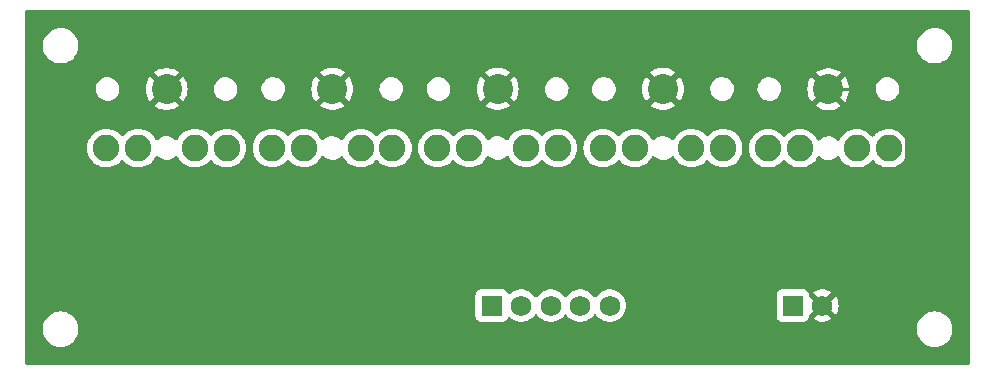
<source format=gbr>
%TF.GenerationSoftware,KiCad,Pcbnew,7.0.1-1.fc37*%
%TF.CreationDate,2023-03-22T20:46:38-05:00*%
%TF.ProjectId,midi_tx_board,6d696469-5f74-4785-9f62-6f6172642e6b,rev?*%
%TF.SameCoordinates,Original*%
%TF.FileFunction,Copper,L2,Bot*%
%TF.FilePolarity,Positive*%
%FSLAX46Y46*%
G04 Gerber Fmt 4.6, Leading zero omitted, Abs format (unit mm)*
G04 Created by KiCad (PCBNEW 7.0.1-1.fc37) date 2023-03-22 20:46:38*
%MOMM*%
%LPD*%
G01*
G04 APERTURE LIST*
%TA.AperFunction,ComponentPad*%
%ADD10C,2.250000*%
%TD*%
%TA.AperFunction,ComponentPad*%
%ADD11C,2.540000*%
%TD*%
%TA.AperFunction,ComponentPad*%
%ADD12R,1.750000X1.750000*%
%TD*%
%TA.AperFunction,ComponentPad*%
%ADD13C,1.750000*%
%TD*%
%TA.AperFunction,Conductor*%
%ADD14C,0.250000*%
%TD*%
G04 APERTURE END LIST*
D10*
%TO.P,TX5,5,5*%
%TO.N,Net-(R10-Pad2)*%
X184900000Y-30678000D03*
%TO.P,TX5,4,4*%
X187600000Y-30678000D03*
%TO.P,TX5,3,3*%
%TO.N,Net-(R9-Pad1)*%
X192400000Y-30678000D03*
%TO.P,TX5,2,2*%
X195100000Y-30678000D03*
D11*
%TO.P,TX5,1,1*%
%TO.N,GND*%
X190000000Y-25678000D03*
%TD*%
%TO.P,TX4,1,1*%
%TO.N,GND*%
X176000000Y-25656177D03*
D10*
%TO.P,TX4,2,2*%
%TO.N,Net-(R7-Pad1)*%
X181100000Y-30656177D03*
%TO.P,TX4,3,3*%
X178400000Y-30656177D03*
%TO.P,TX4,4,4*%
%TO.N,Net-(R8-Pad2)*%
X173600000Y-30656177D03*
%TO.P,TX4,5,5*%
X170900000Y-30656177D03*
%TD*%
D11*
%TO.P,TX3,1,1*%
%TO.N,GND*%
X162000000Y-25656177D03*
D10*
%TO.P,TX3,2,2*%
%TO.N,Net-(R5-Pad1)*%
X167100000Y-30656177D03*
%TO.P,TX3,3,3*%
X164400000Y-30656177D03*
%TO.P,TX3,4,4*%
%TO.N,Net-(R6-Pad2)*%
X159600000Y-30656177D03*
%TO.P,TX3,5,5*%
X156900000Y-30656177D03*
%TD*%
%TO.P,TX2,5,5*%
%TO.N,Net-(R4-Pad2)*%
X142900000Y-30656177D03*
%TO.P,TX2,4,4*%
X145600000Y-30656177D03*
%TO.P,TX2,3,3*%
%TO.N,Net-(R3-Pad1)*%
X150400000Y-30656177D03*
%TO.P,TX2,2,2*%
X153100000Y-30656177D03*
D11*
%TO.P,TX2,1,1*%
%TO.N,GND*%
X148000000Y-25656177D03*
%TD*%
%TO.P,TX1,1,1*%
%TO.N,GND*%
X133970261Y-25667645D03*
D10*
%TO.P,TX1,2,2*%
%TO.N,Net-(R1-Pad1)*%
X139070261Y-30667645D03*
%TO.P,TX1,3,3*%
X136370261Y-30667645D03*
%TO.P,TX1,4,4*%
%TO.N,Net-(R2-Pad2)*%
X131570261Y-30667645D03*
%TO.P,TX1,5,5*%
X128870261Y-30667645D03*
%TD*%
D12*
%TO.P,J2,1,Pin_1*%
%TO.N,+3V3*%
X187000000Y-44000000D03*
D13*
%TO.P,J2,2,Pin_2*%
%TO.N,GND*%
X189500000Y-44000000D03*
%TD*%
D12*
%TO.P,J1,1,Pin_1*%
%TO.N,/TX1/TX*%
X161500000Y-44000000D03*
D13*
%TO.P,J1,2,Pin_2*%
%TO.N,/TX2/TX*%
X164000000Y-44000000D03*
%TO.P,J1,3,Pin_3*%
%TO.N,/TX3/TX*%
X166500000Y-44000000D03*
%TO.P,J1,4,Pin_4*%
%TO.N,/TX4/TX*%
X169000000Y-44000000D03*
%TO.P,J1,5,Pin_5*%
%TO.N,/TX5/TX*%
X171500000Y-44000000D03*
%TD*%
D14*
%TO.N,GND*%
X148000000Y-25656177D02*
X146343823Y-24000000D01*
X146343823Y-24000000D02*
X135637906Y-24000000D01*
X135637906Y-24000000D02*
X133970261Y-25667645D01*
X162000000Y-25656177D02*
X160730000Y-26926177D01*
X160730000Y-26926177D02*
X149270000Y-26926177D01*
X149270000Y-26926177D02*
X148000000Y-25656177D01*
X176000000Y-25656177D02*
X174730000Y-26926177D01*
X174730000Y-26926177D02*
X163270000Y-26926177D01*
X163270000Y-26926177D02*
X162000000Y-25656177D01*
X190000000Y-25678000D02*
X188678000Y-27000000D01*
X188678000Y-27000000D02*
X177343823Y-27000000D01*
X177343823Y-27000000D02*
X176000000Y-25656177D01*
X189500000Y-44000000D02*
X196550000Y-36950000D01*
X196550000Y-36950000D02*
X196550000Y-29550000D01*
X196550000Y-29550000D02*
X192678000Y-25678000D01*
X192678000Y-25678000D02*
X190000000Y-25678000D01*
%TD*%
%TA.AperFunction,Conductor*%
%TO.N,GND*%
G36*
X201937500Y-19017113D02*
G01*
X201982887Y-19062500D01*
X201999500Y-19124500D01*
X201999500Y-48875500D01*
X201982887Y-48937500D01*
X201937500Y-48982887D01*
X201875500Y-48999500D01*
X122124500Y-48999500D01*
X122062500Y-48982887D01*
X122017113Y-48937500D01*
X122000500Y-48875500D01*
X122000500Y-46124335D01*
X123499500Y-46124335D01*
X123540429Y-46369614D01*
X123621172Y-46604810D01*
X123739526Y-46823509D01*
X123739529Y-46823514D01*
X123875036Y-46997612D01*
X123892262Y-47019744D01*
X124075215Y-47188164D01*
X124283393Y-47324173D01*
X124511119Y-47424063D01*
X124752179Y-47485108D01*
X124826480Y-47491264D01*
X124937927Y-47500500D01*
X124937933Y-47500500D01*
X125062067Y-47500500D01*
X125062073Y-47500500D01*
X125163387Y-47492104D01*
X125247821Y-47485108D01*
X125488881Y-47424063D01*
X125716607Y-47324173D01*
X125924785Y-47188164D01*
X126107738Y-47019744D01*
X126260474Y-46823509D01*
X126378828Y-46604810D01*
X126459571Y-46369614D01*
X126500500Y-46124335D01*
X197499500Y-46124335D01*
X197540429Y-46369614D01*
X197621172Y-46604810D01*
X197739526Y-46823509D01*
X197739529Y-46823514D01*
X197875036Y-46997612D01*
X197892262Y-47019744D01*
X198075215Y-47188164D01*
X198283393Y-47324173D01*
X198511119Y-47424063D01*
X198752179Y-47485108D01*
X198826480Y-47491264D01*
X198937927Y-47500500D01*
X198937933Y-47500500D01*
X199062067Y-47500500D01*
X199062073Y-47500500D01*
X199163387Y-47492104D01*
X199247821Y-47485108D01*
X199488881Y-47424063D01*
X199716607Y-47324173D01*
X199924785Y-47188164D01*
X200107738Y-47019744D01*
X200260474Y-46823509D01*
X200378828Y-46604810D01*
X200459571Y-46369614D01*
X200500500Y-46124335D01*
X200500500Y-45875665D01*
X200459571Y-45630386D01*
X200378828Y-45395190D01*
X200260474Y-45176491D01*
X200260471Y-45176487D01*
X200260470Y-45176485D01*
X200125409Y-45002960D01*
X200107738Y-44980256D01*
X199924785Y-44811836D01*
X199716607Y-44675827D01*
X199716604Y-44675825D01*
X199591523Y-44620960D01*
X199488881Y-44575937D01*
X199247821Y-44514892D01*
X199247819Y-44514891D01*
X199247816Y-44514891D01*
X199062073Y-44499500D01*
X199062067Y-44499500D01*
X198937933Y-44499500D01*
X198937927Y-44499500D01*
X198752183Y-44514891D01*
X198752179Y-44514891D01*
X198752179Y-44514892D01*
X198511119Y-44575937D01*
X198511116Y-44575938D01*
X198511117Y-44575938D01*
X198283395Y-44675825D01*
X198239799Y-44704308D01*
X198075215Y-44811836D01*
X198036208Y-44847745D01*
X197892259Y-44980259D01*
X197739529Y-45176485D01*
X197621170Y-45395194D01*
X197540429Y-45630384D01*
X197540429Y-45630386D01*
X197499500Y-45875665D01*
X197499500Y-46124335D01*
X126500500Y-46124335D01*
X126500500Y-45875665D01*
X126459571Y-45630386D01*
X126378828Y-45395190D01*
X126260474Y-45176491D01*
X126260471Y-45176487D01*
X126260470Y-45176485D01*
X126125409Y-45002960D01*
X126107738Y-44980256D01*
X126045399Y-44922869D01*
X160124500Y-44922869D01*
X160130909Y-44982484D01*
X160138546Y-45002960D01*
X160181204Y-45117331D01*
X160267454Y-45232546D01*
X160382669Y-45318796D01*
X160517517Y-45369091D01*
X160577127Y-45375500D01*
X162422872Y-45375499D01*
X162482483Y-45369091D01*
X162617331Y-45318796D01*
X162732546Y-45232546D01*
X162818796Y-45117331D01*
X162846292Y-45043608D01*
X162882242Y-44992397D01*
X162938624Y-44965258D01*
X163001079Y-44969106D01*
X163053702Y-45002959D01*
X163065206Y-45015456D01*
X163245094Y-45155469D01*
X163445574Y-45263963D01*
X163499474Y-45282467D01*
X163661174Y-45337980D01*
X163886023Y-45375500D01*
X164113977Y-45375500D01*
X164338825Y-45337980D01*
X164446624Y-45300971D01*
X164554426Y-45263963D01*
X164754906Y-45155469D01*
X164934794Y-45015456D01*
X165089183Y-44847745D01*
X165146191Y-44760486D01*
X165190982Y-44719253D01*
X165250000Y-44704308D01*
X165309018Y-44719253D01*
X165353808Y-44760486D01*
X165410817Y-44847745D01*
X165565206Y-45015456D01*
X165745094Y-45155469D01*
X165945574Y-45263963D01*
X165999474Y-45282467D01*
X166161174Y-45337980D01*
X166386023Y-45375500D01*
X166613977Y-45375500D01*
X166838825Y-45337980D01*
X166946624Y-45300971D01*
X167054426Y-45263963D01*
X167254906Y-45155469D01*
X167434794Y-45015456D01*
X167589183Y-44847745D01*
X167646191Y-44760486D01*
X167690982Y-44719253D01*
X167750000Y-44704308D01*
X167809018Y-44719253D01*
X167853808Y-44760486D01*
X167910817Y-44847745D01*
X168065206Y-45015456D01*
X168245094Y-45155469D01*
X168445574Y-45263963D01*
X168499474Y-45282467D01*
X168661174Y-45337980D01*
X168886023Y-45375500D01*
X169113977Y-45375500D01*
X169338825Y-45337980D01*
X169446624Y-45300971D01*
X169554426Y-45263963D01*
X169754906Y-45155469D01*
X169934794Y-45015456D01*
X170089183Y-44847745D01*
X170146191Y-44760486D01*
X170190982Y-44719253D01*
X170250000Y-44704308D01*
X170309018Y-44719253D01*
X170353808Y-44760486D01*
X170410817Y-44847745D01*
X170565206Y-45015456D01*
X170745094Y-45155469D01*
X170945574Y-45263963D01*
X170999474Y-45282467D01*
X171161174Y-45337980D01*
X171386023Y-45375500D01*
X171613977Y-45375500D01*
X171838825Y-45337980D01*
X171946624Y-45300971D01*
X172054426Y-45263963D01*
X172254906Y-45155469D01*
X172434794Y-45015456D01*
X172520026Y-44922869D01*
X185624500Y-44922869D01*
X185630909Y-44982484D01*
X185638546Y-45002960D01*
X185681204Y-45117331D01*
X185767454Y-45232546D01*
X185882669Y-45318796D01*
X186017517Y-45369091D01*
X186077127Y-45375500D01*
X187922872Y-45375499D01*
X187982483Y-45369091D01*
X188117331Y-45318796D01*
X188232546Y-45232546D01*
X188305916Y-45134536D01*
X188719015Y-45134536D01*
X188719016Y-45134537D01*
X188745368Y-45155048D01*
X188945777Y-45263503D01*
X189161297Y-45337492D01*
X189386065Y-45375000D01*
X189613935Y-45375000D01*
X189838702Y-45337492D01*
X190054222Y-45263503D01*
X190254630Y-45155050D01*
X190280982Y-45134537D01*
X190280982Y-45134536D01*
X189500001Y-44353553D01*
X189500000Y-44353553D01*
X188719015Y-45134536D01*
X188305916Y-45134536D01*
X188318796Y-45117331D01*
X188369091Y-44982483D01*
X188375500Y-44922873D01*
X188375499Y-44822303D01*
X188384938Y-44774855D01*
X188411818Y-44734626D01*
X189146446Y-44000001D01*
X189853553Y-44000001D01*
X190633124Y-44779570D01*
X190713419Y-44656670D01*
X190804953Y-44447994D01*
X190860895Y-44227087D01*
X190879712Y-44000000D01*
X190860895Y-43772912D01*
X190804953Y-43552004D01*
X190713420Y-43343329D01*
X190633124Y-43220428D01*
X189853553Y-44000000D01*
X189853553Y-44000001D01*
X189146446Y-44000001D01*
X189146446Y-43999999D01*
X188411818Y-43265372D01*
X188384938Y-43225144D01*
X188375499Y-43177691D01*
X188375499Y-43077130D01*
X188375499Y-43077127D01*
X188369091Y-43017517D01*
X188318796Y-42882669D01*
X188305915Y-42865462D01*
X188719016Y-42865462D01*
X189500000Y-43646446D01*
X189500001Y-43646446D01*
X190280983Y-42865462D01*
X190280982Y-42865461D01*
X190254634Y-42844953D01*
X190054222Y-42736496D01*
X189838702Y-42662507D01*
X189613935Y-42625000D01*
X189386065Y-42625000D01*
X189161297Y-42662507D01*
X188945777Y-42736496D01*
X188745367Y-42844952D01*
X188719016Y-42865460D01*
X188719016Y-42865462D01*
X188305915Y-42865462D01*
X188232546Y-42767454D01*
X188117331Y-42681204D01*
X187982483Y-42630909D01*
X187922873Y-42624500D01*
X187922869Y-42624500D01*
X186077130Y-42624500D01*
X186017515Y-42630909D01*
X185882669Y-42681204D01*
X185767454Y-42767454D01*
X185681204Y-42882668D01*
X185630909Y-43017516D01*
X185624500Y-43077130D01*
X185624500Y-44922869D01*
X172520026Y-44922869D01*
X172589183Y-44847745D01*
X172713862Y-44656909D01*
X172805430Y-44448155D01*
X172861390Y-44227176D01*
X172880214Y-44000000D01*
X172861390Y-43772824D01*
X172805430Y-43551845D01*
X172744384Y-43412675D01*
X172713863Y-43343093D01*
X172682894Y-43295691D01*
X172589183Y-43152255D01*
X172434794Y-42984544D01*
X172254906Y-42844531D01*
X172054426Y-42736037D01*
X172054425Y-42736036D01*
X172054424Y-42736036D01*
X171838825Y-42662019D01*
X171613977Y-42624500D01*
X171386023Y-42624500D01*
X171161174Y-42662019D01*
X170945575Y-42736036D01*
X170887520Y-42767454D01*
X170745094Y-42844531D01*
X170745092Y-42844532D01*
X170745091Y-42844533D01*
X170565209Y-42984541D01*
X170565206Y-42984543D01*
X170565206Y-42984544D01*
X170410817Y-43152255D01*
X170353809Y-43239513D01*
X170309017Y-43280746D01*
X170250000Y-43295691D01*
X170190983Y-43280746D01*
X170146191Y-43239513D01*
X170089183Y-43152255D01*
X169934794Y-42984544D01*
X169754906Y-42844531D01*
X169554426Y-42736037D01*
X169554425Y-42736036D01*
X169554424Y-42736036D01*
X169338825Y-42662019D01*
X169113977Y-42624500D01*
X168886023Y-42624500D01*
X168661174Y-42662019D01*
X168445575Y-42736036D01*
X168387520Y-42767454D01*
X168245094Y-42844531D01*
X168245092Y-42844532D01*
X168245091Y-42844533D01*
X168065209Y-42984541D01*
X168065206Y-42984543D01*
X168065206Y-42984544D01*
X167910817Y-43152255D01*
X167853809Y-43239513D01*
X167809017Y-43280746D01*
X167750000Y-43295691D01*
X167690983Y-43280746D01*
X167646191Y-43239513D01*
X167589183Y-43152255D01*
X167434794Y-42984544D01*
X167254906Y-42844531D01*
X167054426Y-42736037D01*
X167054425Y-42736036D01*
X167054424Y-42736036D01*
X166838825Y-42662019D01*
X166613977Y-42624500D01*
X166386023Y-42624500D01*
X166161174Y-42662019D01*
X165945575Y-42736036D01*
X165887520Y-42767454D01*
X165745094Y-42844531D01*
X165745092Y-42844532D01*
X165745091Y-42844533D01*
X165565209Y-42984541D01*
X165565206Y-42984543D01*
X165565206Y-42984544D01*
X165410817Y-43152255D01*
X165353809Y-43239513D01*
X165309017Y-43280746D01*
X165250000Y-43295691D01*
X165190983Y-43280746D01*
X165146191Y-43239513D01*
X165089183Y-43152255D01*
X164934794Y-42984544D01*
X164754906Y-42844531D01*
X164554426Y-42736037D01*
X164554425Y-42736036D01*
X164554424Y-42736036D01*
X164338825Y-42662019D01*
X164113977Y-42624500D01*
X163886023Y-42624500D01*
X163661174Y-42662019D01*
X163445575Y-42736036D01*
X163387520Y-42767454D01*
X163245094Y-42844531D01*
X163245092Y-42844532D01*
X163245091Y-42844533D01*
X163065207Y-42984542D01*
X163053701Y-42997041D01*
X163001076Y-43030894D01*
X162938623Y-43034741D01*
X162882242Y-43007602D01*
X162846292Y-42956391D01*
X162818796Y-42882669D01*
X162732546Y-42767454D01*
X162617331Y-42681204D01*
X162482483Y-42630909D01*
X162422873Y-42624500D01*
X162422869Y-42624500D01*
X160577130Y-42624500D01*
X160517515Y-42630909D01*
X160382669Y-42681204D01*
X160267454Y-42767454D01*
X160181204Y-42882668D01*
X160130909Y-43017516D01*
X160124500Y-43077130D01*
X160124500Y-44922869D01*
X126045399Y-44922869D01*
X125924785Y-44811836D01*
X125716607Y-44675827D01*
X125716604Y-44675825D01*
X125591523Y-44620960D01*
X125488881Y-44575937D01*
X125247821Y-44514892D01*
X125247819Y-44514891D01*
X125247816Y-44514891D01*
X125062073Y-44499500D01*
X125062067Y-44499500D01*
X124937933Y-44499500D01*
X124937927Y-44499500D01*
X124752183Y-44514891D01*
X124752179Y-44514891D01*
X124752179Y-44514892D01*
X124511119Y-44575937D01*
X124511116Y-44575938D01*
X124511117Y-44575938D01*
X124283395Y-44675825D01*
X124239799Y-44704308D01*
X124075215Y-44811836D01*
X124036208Y-44847745D01*
X123892259Y-44980259D01*
X123739529Y-45176485D01*
X123621170Y-45395194D01*
X123540429Y-45630384D01*
X123540429Y-45630386D01*
X123499500Y-45875665D01*
X123499500Y-46124335D01*
X122000500Y-46124335D01*
X122000500Y-30667645D01*
X127239735Y-30667645D01*
X127259809Y-30922716D01*
X127319538Y-31171505D01*
X127361061Y-31271748D01*
X127417452Y-31407888D01*
X127551138Y-31626044D01*
X127717305Y-31820601D01*
X127911862Y-31986768D01*
X128130018Y-32120454D01*
X128304655Y-32192791D01*
X128366400Y-32218367D01*
X128409532Y-32228722D01*
X128615191Y-32278097D01*
X128870261Y-32298171D01*
X129125331Y-32278097D01*
X129374121Y-32218367D01*
X129610504Y-32120454D01*
X129828660Y-31986768D01*
X130023217Y-31820601D01*
X130125973Y-31700288D01*
X130168347Y-31668212D01*
X130220261Y-31656822D01*
X130272175Y-31668212D01*
X130314548Y-31700288D01*
X130417305Y-31820601D01*
X130611862Y-31986768D01*
X130830018Y-32120454D01*
X131004655Y-32192791D01*
X131066400Y-32218367D01*
X131109532Y-32228722D01*
X131315191Y-32278097D01*
X131570261Y-32298171D01*
X131825331Y-32278097D01*
X132074121Y-32218367D01*
X132310504Y-32120454D01*
X132528660Y-31986768D01*
X132723217Y-31820601D01*
X132889384Y-31626044D01*
X133023070Y-31407888D01*
X133032147Y-31385973D01*
X133068651Y-31337076D01*
X133124058Y-31311510D01*
X133184951Y-31315468D01*
X133236582Y-31347991D01*
X133250519Y-31362652D01*
X133315202Y-31430698D01*
X133482212Y-31546940D01*
X133669203Y-31627185D01*
X133868520Y-31668145D01*
X134021001Y-31668145D01*
X134021003Y-31668145D01*
X134172699Y-31652719D01*
X134366849Y-31591804D01*
X134544763Y-31493054D01*
X134699156Y-31360511D01*
X134699158Y-31360508D01*
X134708723Y-31352297D01*
X134709593Y-31353311D01*
X134748709Y-31323522D01*
X134812245Y-31315325D01*
X134871393Y-31339933D01*
X134910364Y-31390777D01*
X134917452Y-31407888D01*
X135051138Y-31626044D01*
X135217305Y-31820601D01*
X135411862Y-31986768D01*
X135630018Y-32120454D01*
X135804655Y-32192791D01*
X135866400Y-32218367D01*
X135909532Y-32228722D01*
X136115191Y-32278097D01*
X136370261Y-32298171D01*
X136625331Y-32278097D01*
X136874121Y-32218367D01*
X137110504Y-32120454D01*
X137328660Y-31986768D01*
X137523217Y-31820601D01*
X137625973Y-31700288D01*
X137668347Y-31668212D01*
X137720261Y-31656822D01*
X137772175Y-31668212D01*
X137814548Y-31700288D01*
X137917305Y-31820601D01*
X138111862Y-31986768D01*
X138330018Y-32120454D01*
X138504655Y-32192791D01*
X138566400Y-32218367D01*
X138609532Y-32228722D01*
X138815191Y-32278097D01*
X139070261Y-32298171D01*
X139325331Y-32278097D01*
X139574121Y-32218367D01*
X139810504Y-32120454D01*
X140028660Y-31986768D01*
X140223217Y-31820601D01*
X140389384Y-31626044D01*
X140523070Y-31407888D01*
X140620983Y-31171505D01*
X140680713Y-30922715D01*
X140700787Y-30667645D01*
X140699884Y-30656177D01*
X141269474Y-30656177D01*
X141289548Y-30911248D01*
X141349277Y-31160037D01*
X141407270Y-31300042D01*
X141447191Y-31396420D01*
X141580877Y-31614576D01*
X141747044Y-31809133D01*
X141941601Y-31975300D01*
X142159757Y-32108986D01*
X142334394Y-32181323D01*
X142396139Y-32206899D01*
X142443907Y-32218367D01*
X142644930Y-32266629D01*
X142900000Y-32286703D01*
X143155070Y-32266629D01*
X143403860Y-32206899D01*
X143640243Y-32108986D01*
X143858399Y-31975300D01*
X144052956Y-31809133D01*
X144155712Y-31688820D01*
X144198086Y-31656744D01*
X144250000Y-31645354D01*
X144301914Y-31656744D01*
X144344287Y-31688820D01*
X144447044Y-31809133D01*
X144641601Y-31975300D01*
X144859757Y-32108986D01*
X145034394Y-32181323D01*
X145096139Y-32206899D01*
X145143907Y-32218367D01*
X145344930Y-32266629D01*
X145600000Y-32286703D01*
X145855070Y-32266629D01*
X146103860Y-32206899D01*
X146340243Y-32108986D01*
X146558399Y-31975300D01*
X146752956Y-31809133D01*
X146919123Y-31614576D01*
X147052809Y-31396420D01*
X147061886Y-31374505D01*
X147098390Y-31325608D01*
X147153797Y-31300042D01*
X147214690Y-31304000D01*
X147266321Y-31336523D01*
X147279406Y-31350288D01*
X147344941Y-31419230D01*
X147511951Y-31535472D01*
X147698942Y-31615717D01*
X147898259Y-31656677D01*
X148050740Y-31656677D01*
X148050742Y-31656677D01*
X148202438Y-31641251D01*
X148396588Y-31580336D01*
X148574502Y-31481586D01*
X148728895Y-31349043D01*
X148728897Y-31349040D01*
X148738462Y-31340829D01*
X148739332Y-31341843D01*
X148778448Y-31312054D01*
X148841984Y-31303857D01*
X148901132Y-31328465D01*
X148940103Y-31379309D01*
X148947191Y-31396420D01*
X149080877Y-31614576D01*
X149247044Y-31809133D01*
X149441601Y-31975300D01*
X149659757Y-32108986D01*
X149834394Y-32181323D01*
X149896139Y-32206899D01*
X149943907Y-32218367D01*
X150144930Y-32266629D01*
X150400000Y-32286703D01*
X150655070Y-32266629D01*
X150903860Y-32206899D01*
X151140243Y-32108986D01*
X151358399Y-31975300D01*
X151552956Y-31809133D01*
X151655712Y-31688820D01*
X151698086Y-31656744D01*
X151750000Y-31645354D01*
X151801914Y-31656744D01*
X151844287Y-31688820D01*
X151947044Y-31809133D01*
X152141601Y-31975300D01*
X152359757Y-32108986D01*
X152534394Y-32181323D01*
X152596139Y-32206899D01*
X152643907Y-32218367D01*
X152844930Y-32266629D01*
X153100000Y-32286703D01*
X153355070Y-32266629D01*
X153603860Y-32206899D01*
X153840243Y-32108986D01*
X154058399Y-31975300D01*
X154252956Y-31809133D01*
X154419123Y-31614576D01*
X154552809Y-31396420D01*
X154650722Y-31160037D01*
X154710452Y-30911247D01*
X154730526Y-30656177D01*
X155269474Y-30656177D01*
X155289548Y-30911248D01*
X155349277Y-31160037D01*
X155407270Y-31300042D01*
X155447191Y-31396420D01*
X155580877Y-31614576D01*
X155747044Y-31809133D01*
X155941601Y-31975300D01*
X156159757Y-32108986D01*
X156334394Y-32181323D01*
X156396139Y-32206899D01*
X156443907Y-32218367D01*
X156644930Y-32266629D01*
X156900000Y-32286703D01*
X157155070Y-32266629D01*
X157403860Y-32206899D01*
X157640243Y-32108986D01*
X157858399Y-31975300D01*
X158052956Y-31809133D01*
X158155712Y-31688820D01*
X158198086Y-31656744D01*
X158250000Y-31645354D01*
X158301914Y-31656744D01*
X158344287Y-31688820D01*
X158447044Y-31809133D01*
X158641601Y-31975300D01*
X158859757Y-32108986D01*
X159034394Y-32181323D01*
X159096139Y-32206899D01*
X159143907Y-32218367D01*
X159344930Y-32266629D01*
X159600000Y-32286703D01*
X159855070Y-32266629D01*
X160103860Y-32206899D01*
X160340243Y-32108986D01*
X160558399Y-31975300D01*
X160752956Y-31809133D01*
X160919123Y-31614576D01*
X161052809Y-31396420D01*
X161061886Y-31374505D01*
X161098390Y-31325608D01*
X161153797Y-31300042D01*
X161214690Y-31304000D01*
X161266321Y-31336523D01*
X161279406Y-31350288D01*
X161344941Y-31419230D01*
X161511951Y-31535472D01*
X161698942Y-31615717D01*
X161898259Y-31656677D01*
X162050740Y-31656677D01*
X162050742Y-31656677D01*
X162202438Y-31641251D01*
X162396588Y-31580336D01*
X162574502Y-31481586D01*
X162728895Y-31349043D01*
X162728897Y-31349040D01*
X162738462Y-31340829D01*
X162739332Y-31341843D01*
X162778448Y-31312054D01*
X162841984Y-31303857D01*
X162901132Y-31328465D01*
X162940103Y-31379309D01*
X162947191Y-31396420D01*
X163080877Y-31614576D01*
X163247044Y-31809133D01*
X163441601Y-31975300D01*
X163659757Y-32108986D01*
X163834394Y-32181323D01*
X163896139Y-32206899D01*
X163943907Y-32218367D01*
X164144930Y-32266629D01*
X164400000Y-32286703D01*
X164655070Y-32266629D01*
X164903860Y-32206899D01*
X165140243Y-32108986D01*
X165358399Y-31975300D01*
X165552956Y-31809133D01*
X165655712Y-31688820D01*
X165698086Y-31656744D01*
X165750000Y-31645354D01*
X165801914Y-31656744D01*
X165844287Y-31688820D01*
X165947044Y-31809133D01*
X166141601Y-31975300D01*
X166359757Y-32108986D01*
X166534394Y-32181323D01*
X166596139Y-32206899D01*
X166643907Y-32218367D01*
X166844930Y-32266629D01*
X167100000Y-32286703D01*
X167355070Y-32266629D01*
X167603860Y-32206899D01*
X167840243Y-32108986D01*
X168058399Y-31975300D01*
X168252956Y-31809133D01*
X168419123Y-31614576D01*
X168552809Y-31396420D01*
X168650722Y-31160037D01*
X168710452Y-30911247D01*
X168730526Y-30656177D01*
X169269474Y-30656177D01*
X169289548Y-30911248D01*
X169349277Y-31160037D01*
X169407270Y-31300042D01*
X169447191Y-31396420D01*
X169580877Y-31614576D01*
X169747044Y-31809133D01*
X169941601Y-31975300D01*
X170159757Y-32108986D01*
X170334394Y-32181323D01*
X170396139Y-32206899D01*
X170443907Y-32218367D01*
X170644930Y-32266629D01*
X170900000Y-32286703D01*
X171155070Y-32266629D01*
X171403860Y-32206899D01*
X171640243Y-32108986D01*
X171858399Y-31975300D01*
X172052956Y-31809133D01*
X172155712Y-31688820D01*
X172198086Y-31656744D01*
X172250000Y-31645354D01*
X172301914Y-31656744D01*
X172344287Y-31688820D01*
X172447044Y-31809133D01*
X172641601Y-31975300D01*
X172859757Y-32108986D01*
X173034394Y-32181323D01*
X173096139Y-32206899D01*
X173143907Y-32218367D01*
X173344930Y-32266629D01*
X173600000Y-32286703D01*
X173855070Y-32266629D01*
X174103860Y-32206899D01*
X174340243Y-32108986D01*
X174558399Y-31975300D01*
X174752956Y-31809133D01*
X174919123Y-31614576D01*
X175052809Y-31396420D01*
X175061886Y-31374505D01*
X175098390Y-31325608D01*
X175153797Y-31300042D01*
X175214690Y-31304000D01*
X175266321Y-31336523D01*
X175279406Y-31350288D01*
X175344941Y-31419230D01*
X175511951Y-31535472D01*
X175698942Y-31615717D01*
X175898259Y-31656677D01*
X176050740Y-31656677D01*
X176050742Y-31656677D01*
X176202438Y-31641251D01*
X176396588Y-31580336D01*
X176574502Y-31481586D01*
X176728895Y-31349043D01*
X176728897Y-31349040D01*
X176738462Y-31340829D01*
X176739332Y-31341843D01*
X176778448Y-31312054D01*
X176841984Y-31303857D01*
X176901132Y-31328465D01*
X176940103Y-31379309D01*
X176947191Y-31396420D01*
X177080877Y-31614576D01*
X177247044Y-31809133D01*
X177441601Y-31975300D01*
X177659757Y-32108986D01*
X177834394Y-32181323D01*
X177896139Y-32206899D01*
X177943907Y-32218367D01*
X178144930Y-32266629D01*
X178400000Y-32286703D01*
X178655070Y-32266629D01*
X178903860Y-32206899D01*
X179140243Y-32108986D01*
X179358399Y-31975300D01*
X179552956Y-31809133D01*
X179655712Y-31688820D01*
X179698086Y-31656744D01*
X179750000Y-31645354D01*
X179801914Y-31656744D01*
X179844287Y-31688820D01*
X179947044Y-31809133D01*
X180141601Y-31975300D01*
X180359757Y-32108986D01*
X180534394Y-32181323D01*
X180596139Y-32206899D01*
X180643907Y-32218367D01*
X180844930Y-32266629D01*
X181100000Y-32286703D01*
X181355070Y-32266629D01*
X181603860Y-32206899D01*
X181840243Y-32108986D01*
X182058399Y-31975300D01*
X182252956Y-31809133D01*
X182419123Y-31614576D01*
X182552809Y-31396420D01*
X182650722Y-31160037D01*
X182710452Y-30911247D01*
X182728809Y-30677999D01*
X183269474Y-30677999D01*
X183289548Y-30933071D01*
X183349277Y-31181860D01*
X183399811Y-31303857D01*
X183447191Y-31418243D01*
X183580877Y-31636399D01*
X183747044Y-31830956D01*
X183941601Y-31997123D01*
X184159757Y-32130809D01*
X184334394Y-32203146D01*
X184396139Y-32228722D01*
X184474739Y-32247592D01*
X184644930Y-32288452D01*
X184900000Y-32308526D01*
X185155070Y-32288452D01*
X185403860Y-32228722D01*
X185640243Y-32130809D01*
X185858399Y-31997123D01*
X186052956Y-31830956D01*
X186155712Y-31710643D01*
X186198086Y-31678567D01*
X186250000Y-31667177D01*
X186301914Y-31678567D01*
X186344287Y-31710643D01*
X186447044Y-31830956D01*
X186641601Y-31997123D01*
X186859757Y-32130809D01*
X187034394Y-32203146D01*
X187096139Y-32228722D01*
X187174739Y-32247592D01*
X187344930Y-32288452D01*
X187600000Y-32308526D01*
X187855070Y-32288452D01*
X188103860Y-32228722D01*
X188340243Y-32130809D01*
X188558399Y-31997123D01*
X188752956Y-31830956D01*
X188919123Y-31636399D01*
X189052809Y-31418243D01*
X189061886Y-31396328D01*
X189098390Y-31347431D01*
X189153797Y-31321865D01*
X189214690Y-31325823D01*
X189266321Y-31358346D01*
X189292584Y-31385974D01*
X189344941Y-31441053D01*
X189511951Y-31557295D01*
X189698942Y-31637540D01*
X189898259Y-31678500D01*
X190050740Y-31678500D01*
X190050742Y-31678500D01*
X190202438Y-31663074D01*
X190396588Y-31602159D01*
X190574502Y-31503409D01*
X190728895Y-31370866D01*
X190728897Y-31370863D01*
X190738462Y-31362652D01*
X190739332Y-31363666D01*
X190778448Y-31333877D01*
X190841984Y-31325680D01*
X190901132Y-31350288D01*
X190940103Y-31401132D01*
X190947191Y-31418243D01*
X191080877Y-31636399D01*
X191247044Y-31830956D01*
X191441601Y-31997123D01*
X191659757Y-32130809D01*
X191834394Y-32203146D01*
X191896139Y-32228722D01*
X191974739Y-32247592D01*
X192144930Y-32288452D01*
X192400000Y-32308526D01*
X192655070Y-32288452D01*
X192903860Y-32228722D01*
X193140243Y-32130809D01*
X193358399Y-31997123D01*
X193552956Y-31830956D01*
X193655712Y-31710643D01*
X193698086Y-31678567D01*
X193750000Y-31667177D01*
X193801914Y-31678567D01*
X193844287Y-31710643D01*
X193947044Y-31830956D01*
X194141601Y-31997123D01*
X194359757Y-32130809D01*
X194534394Y-32203146D01*
X194596139Y-32228722D01*
X194674739Y-32247592D01*
X194844930Y-32288452D01*
X195100000Y-32308526D01*
X195355070Y-32288452D01*
X195603860Y-32228722D01*
X195840243Y-32130809D01*
X196058399Y-31997123D01*
X196252956Y-31830956D01*
X196419123Y-31636399D01*
X196552809Y-31418243D01*
X196650722Y-31181860D01*
X196710452Y-30933070D01*
X196730526Y-30678000D01*
X196710452Y-30422930D01*
X196650722Y-30174140D01*
X196646432Y-30163784D01*
X196625146Y-30112394D01*
X196552809Y-29937757D01*
X196419123Y-29719601D01*
X196252956Y-29525044D01*
X196058399Y-29358877D01*
X195840243Y-29225191D01*
X195752924Y-29189022D01*
X195603860Y-29127277D01*
X195355071Y-29067548D01*
X195100000Y-29047474D01*
X194844928Y-29067548D01*
X194596139Y-29127277D01*
X194359755Y-29225192D01*
X194141602Y-29358876D01*
X193959168Y-29514689D01*
X193947044Y-29525044D01*
X193862929Y-29623531D01*
X193844290Y-29645354D01*
X193801914Y-29677432D01*
X193750000Y-29688822D01*
X193698086Y-29677432D01*
X193655710Y-29645354D01*
X193646866Y-29634999D01*
X193552956Y-29525044D01*
X193358399Y-29358877D01*
X193140243Y-29225191D01*
X193052924Y-29189022D01*
X192903860Y-29127277D01*
X192655071Y-29067548D01*
X192400000Y-29047474D01*
X192144928Y-29067548D01*
X191896139Y-29127277D01*
X191659755Y-29225192D01*
X191441602Y-29358876D01*
X191247044Y-29525044D01*
X191080876Y-29719602D01*
X190947191Y-29937755D01*
X190938111Y-29959677D01*
X190901605Y-30008572D01*
X190846198Y-30034135D01*
X190785307Y-30030176D01*
X190733677Y-29997653D01*
X190721777Y-29985134D01*
X190655059Y-29914947D01*
X190488049Y-29798705D01*
X190301058Y-29718460D01*
X190101741Y-29677500D01*
X189949258Y-29677500D01*
X189899391Y-29682571D01*
X189797559Y-29692926D01*
X189603412Y-29753841D01*
X189425500Y-29852589D01*
X189425497Y-29852591D01*
X189425498Y-29852591D01*
X189271105Y-29985134D01*
X189271102Y-29985136D01*
X189261538Y-29993348D01*
X189260668Y-29992334D01*
X189221542Y-30022126D01*
X189158008Y-30030317D01*
X189098865Y-30005708D01*
X189059895Y-29954865D01*
X189052849Y-29937854D01*
X189052809Y-29937757D01*
X189052807Y-29937754D01*
X189052806Y-29937751D01*
X188954225Y-29776882D01*
X188919123Y-29719601D01*
X188752956Y-29525044D01*
X188558399Y-29358877D01*
X188340243Y-29225191D01*
X188252924Y-29189022D01*
X188103860Y-29127277D01*
X187855071Y-29067548D01*
X187600000Y-29047474D01*
X187344928Y-29067548D01*
X187096139Y-29127277D01*
X186859755Y-29225192D01*
X186641602Y-29358876D01*
X186459168Y-29514689D01*
X186447044Y-29525044D01*
X186362929Y-29623531D01*
X186344290Y-29645354D01*
X186301914Y-29677432D01*
X186250000Y-29688822D01*
X186198086Y-29677432D01*
X186155710Y-29645354D01*
X186146866Y-29634999D01*
X186052956Y-29525044D01*
X185858399Y-29358877D01*
X185640243Y-29225191D01*
X185552924Y-29189022D01*
X185403860Y-29127277D01*
X185155071Y-29067548D01*
X184900000Y-29047474D01*
X184644928Y-29067548D01*
X184396139Y-29127277D01*
X184159755Y-29225192D01*
X183941602Y-29358876D01*
X183747044Y-29525044D01*
X183580876Y-29719602D01*
X183447192Y-29937755D01*
X183349277Y-30174139D01*
X183289548Y-30422928D01*
X183269474Y-30677999D01*
X182728809Y-30677999D01*
X182730526Y-30656177D01*
X182710452Y-30401107D01*
X182653475Y-30163784D01*
X182650722Y-30152316D01*
X182609200Y-30052074D01*
X182552809Y-29915934D01*
X182419123Y-29697778D01*
X182252956Y-29503221D01*
X182058399Y-29337054D01*
X181840243Y-29203368D01*
X181752924Y-29167199D01*
X181603860Y-29105454D01*
X181355071Y-29045725D01*
X181100000Y-29025651D01*
X180844928Y-29045725D01*
X180596139Y-29105454D01*
X180359755Y-29203369D01*
X180141602Y-29337053D01*
X179947044Y-29503221D01*
X179844290Y-29623531D01*
X179801914Y-29655609D01*
X179750000Y-29666999D01*
X179698086Y-29655609D01*
X179655710Y-29623531D01*
X179552956Y-29503221D01*
X179358399Y-29337054D01*
X179140243Y-29203368D01*
X179052924Y-29167199D01*
X178903860Y-29105454D01*
X178655071Y-29045725D01*
X178400000Y-29025651D01*
X178144928Y-29045725D01*
X177896139Y-29105454D01*
X177659755Y-29203369D01*
X177441602Y-29337053D01*
X177247044Y-29503221D01*
X177080876Y-29697779D01*
X176947191Y-29915932D01*
X176938111Y-29937854D01*
X176901605Y-29986749D01*
X176846198Y-30012312D01*
X176785307Y-30008353D01*
X176733677Y-29975830D01*
X176721777Y-29963311D01*
X176655059Y-29893124D01*
X176488049Y-29776882D01*
X176301058Y-29696637D01*
X176101741Y-29655677D01*
X175949258Y-29655677D01*
X175888579Y-29661847D01*
X175797559Y-29671103D01*
X175603412Y-29732018D01*
X175425500Y-29830766D01*
X175425497Y-29830768D01*
X175425498Y-29830768D01*
X175271105Y-29963311D01*
X175271102Y-29963313D01*
X175261538Y-29971525D01*
X175260668Y-29970511D01*
X175221542Y-30000303D01*
X175158008Y-30008494D01*
X175098865Y-29983885D01*
X175059895Y-29933042D01*
X175057558Y-29927400D01*
X175052809Y-29915934D01*
X175052807Y-29915931D01*
X175052806Y-29915928D01*
X174980971Y-29798705D01*
X174919123Y-29697778D01*
X174752956Y-29503221D01*
X174558399Y-29337054D01*
X174340243Y-29203368D01*
X174252924Y-29167199D01*
X174103860Y-29105454D01*
X173855071Y-29045725D01*
X173600000Y-29025651D01*
X173344928Y-29045725D01*
X173096139Y-29105454D01*
X172859755Y-29203369D01*
X172641602Y-29337053D01*
X172447044Y-29503221D01*
X172344290Y-29623531D01*
X172301914Y-29655609D01*
X172250000Y-29666999D01*
X172198086Y-29655609D01*
X172155710Y-29623531D01*
X172052956Y-29503221D01*
X171858399Y-29337054D01*
X171640243Y-29203368D01*
X171552924Y-29167199D01*
X171403860Y-29105454D01*
X171155071Y-29045725D01*
X170900000Y-29025651D01*
X170644928Y-29045725D01*
X170396139Y-29105454D01*
X170159755Y-29203369D01*
X169941602Y-29337053D01*
X169747044Y-29503221D01*
X169580876Y-29697779D01*
X169447192Y-29915932D01*
X169349277Y-30152316D01*
X169289548Y-30401105D01*
X169269474Y-30656177D01*
X168730526Y-30656177D01*
X168710452Y-30401107D01*
X168653475Y-30163784D01*
X168650722Y-30152316D01*
X168609200Y-30052074D01*
X168552809Y-29915934D01*
X168419123Y-29697778D01*
X168252956Y-29503221D01*
X168058399Y-29337054D01*
X167840243Y-29203368D01*
X167752924Y-29167199D01*
X167603860Y-29105454D01*
X167355071Y-29045725D01*
X167100000Y-29025651D01*
X166844928Y-29045725D01*
X166596139Y-29105454D01*
X166359755Y-29203369D01*
X166141602Y-29337053D01*
X165947044Y-29503221D01*
X165844290Y-29623531D01*
X165801914Y-29655609D01*
X165750000Y-29666999D01*
X165698086Y-29655609D01*
X165655710Y-29623531D01*
X165552956Y-29503221D01*
X165358399Y-29337054D01*
X165140243Y-29203368D01*
X165052924Y-29167199D01*
X164903860Y-29105454D01*
X164655071Y-29045725D01*
X164400000Y-29025651D01*
X164144928Y-29045725D01*
X163896139Y-29105454D01*
X163659755Y-29203369D01*
X163441602Y-29337053D01*
X163247044Y-29503221D01*
X163080876Y-29697779D01*
X162947191Y-29915932D01*
X162938111Y-29937854D01*
X162901605Y-29986749D01*
X162846198Y-30012312D01*
X162785307Y-30008353D01*
X162733677Y-29975830D01*
X162721777Y-29963311D01*
X162655059Y-29893124D01*
X162488049Y-29776882D01*
X162301058Y-29696637D01*
X162101741Y-29655677D01*
X161949258Y-29655677D01*
X161888579Y-29661847D01*
X161797559Y-29671103D01*
X161603412Y-29732018D01*
X161425500Y-29830766D01*
X161425497Y-29830768D01*
X161425498Y-29830768D01*
X161271105Y-29963311D01*
X161271102Y-29963313D01*
X161261538Y-29971525D01*
X161260668Y-29970511D01*
X161221542Y-30000303D01*
X161158008Y-30008494D01*
X161098865Y-29983885D01*
X161059895Y-29933042D01*
X161057558Y-29927400D01*
X161052809Y-29915934D01*
X161052807Y-29915931D01*
X161052806Y-29915928D01*
X160980971Y-29798705D01*
X160919123Y-29697778D01*
X160752956Y-29503221D01*
X160558399Y-29337054D01*
X160340243Y-29203368D01*
X160252924Y-29167199D01*
X160103860Y-29105454D01*
X159855071Y-29045725D01*
X159600000Y-29025651D01*
X159344928Y-29045725D01*
X159096139Y-29105454D01*
X158859755Y-29203369D01*
X158641602Y-29337053D01*
X158447044Y-29503221D01*
X158344290Y-29623531D01*
X158301914Y-29655609D01*
X158250000Y-29666999D01*
X158198086Y-29655609D01*
X158155710Y-29623531D01*
X158052956Y-29503221D01*
X157858399Y-29337054D01*
X157640243Y-29203368D01*
X157552924Y-29167199D01*
X157403860Y-29105454D01*
X157155071Y-29045725D01*
X156900000Y-29025651D01*
X156644928Y-29045725D01*
X156396139Y-29105454D01*
X156159755Y-29203369D01*
X155941602Y-29337053D01*
X155747044Y-29503221D01*
X155580876Y-29697779D01*
X155447192Y-29915932D01*
X155349277Y-30152316D01*
X155289548Y-30401105D01*
X155269474Y-30656177D01*
X154730526Y-30656177D01*
X154710452Y-30401107D01*
X154653475Y-30163784D01*
X154650722Y-30152316D01*
X154609200Y-30052074D01*
X154552809Y-29915934D01*
X154419123Y-29697778D01*
X154252956Y-29503221D01*
X154058399Y-29337054D01*
X153840243Y-29203368D01*
X153752924Y-29167199D01*
X153603860Y-29105454D01*
X153355071Y-29045725D01*
X153100000Y-29025651D01*
X152844928Y-29045725D01*
X152596139Y-29105454D01*
X152359755Y-29203369D01*
X152141602Y-29337053D01*
X151947044Y-29503221D01*
X151844290Y-29623531D01*
X151801914Y-29655609D01*
X151750000Y-29666999D01*
X151698086Y-29655609D01*
X151655710Y-29623531D01*
X151552956Y-29503221D01*
X151358399Y-29337054D01*
X151140243Y-29203368D01*
X151052924Y-29167199D01*
X150903860Y-29105454D01*
X150655071Y-29045725D01*
X150400000Y-29025651D01*
X150144928Y-29045725D01*
X149896139Y-29105454D01*
X149659755Y-29203369D01*
X149441602Y-29337053D01*
X149247044Y-29503221D01*
X149080876Y-29697779D01*
X148947191Y-29915932D01*
X148938111Y-29937854D01*
X148901605Y-29986749D01*
X148846198Y-30012312D01*
X148785307Y-30008353D01*
X148733677Y-29975830D01*
X148721777Y-29963311D01*
X148655059Y-29893124D01*
X148488049Y-29776882D01*
X148301058Y-29696637D01*
X148101741Y-29655677D01*
X147949258Y-29655677D01*
X147888579Y-29661847D01*
X147797559Y-29671103D01*
X147603412Y-29732018D01*
X147425500Y-29830766D01*
X147425497Y-29830768D01*
X147425498Y-29830768D01*
X147271105Y-29963311D01*
X147271102Y-29963313D01*
X147261538Y-29971525D01*
X147260668Y-29970511D01*
X147221542Y-30000303D01*
X147158008Y-30008494D01*
X147098865Y-29983885D01*
X147059895Y-29933042D01*
X147057558Y-29927400D01*
X147052809Y-29915934D01*
X147052807Y-29915931D01*
X147052806Y-29915928D01*
X146980971Y-29798705D01*
X146919123Y-29697778D01*
X146752956Y-29503221D01*
X146558399Y-29337054D01*
X146340243Y-29203368D01*
X146252924Y-29167199D01*
X146103860Y-29105454D01*
X145855071Y-29045725D01*
X145600000Y-29025651D01*
X145344928Y-29045725D01*
X145096139Y-29105454D01*
X144859755Y-29203369D01*
X144641602Y-29337053D01*
X144447044Y-29503221D01*
X144344290Y-29623531D01*
X144301914Y-29655609D01*
X144250000Y-29666999D01*
X144198086Y-29655609D01*
X144155710Y-29623531D01*
X144052956Y-29503221D01*
X143858399Y-29337054D01*
X143640243Y-29203368D01*
X143552924Y-29167199D01*
X143403860Y-29105454D01*
X143155071Y-29045725D01*
X142900000Y-29025651D01*
X142644928Y-29045725D01*
X142396139Y-29105454D01*
X142159755Y-29203369D01*
X141941602Y-29337053D01*
X141747044Y-29503221D01*
X141580876Y-29697779D01*
X141447192Y-29915932D01*
X141349277Y-30152316D01*
X141289548Y-30401105D01*
X141269474Y-30656177D01*
X140699884Y-30656177D01*
X140680713Y-30412575D01*
X140620983Y-30163785D01*
X140619042Y-30159100D01*
X140579000Y-30062429D01*
X140523070Y-29927402D01*
X140389384Y-29709246D01*
X140223217Y-29514689D01*
X140028660Y-29348522D01*
X139810504Y-29214836D01*
X139723185Y-29178667D01*
X139574121Y-29116922D01*
X139325332Y-29057193D01*
X139070261Y-29037119D01*
X138815189Y-29057193D01*
X138566400Y-29116922D01*
X138330016Y-29214837D01*
X138111863Y-29348521D01*
X138111861Y-29348522D01*
X138111862Y-29348522D01*
X137917305Y-29514689D01*
X137824346Y-29623531D01*
X137814551Y-29634999D01*
X137772175Y-29667077D01*
X137720261Y-29678467D01*
X137668347Y-29667077D01*
X137625971Y-29634999D01*
X137523217Y-29514689D01*
X137328660Y-29348522D01*
X137110504Y-29214836D01*
X137023185Y-29178667D01*
X136874121Y-29116922D01*
X136625332Y-29057193D01*
X136370261Y-29037119D01*
X136115189Y-29057193D01*
X135866400Y-29116922D01*
X135630016Y-29214837D01*
X135411863Y-29348521D01*
X135217305Y-29514689D01*
X135051137Y-29709247D01*
X134917452Y-29927400D01*
X134908372Y-29949322D01*
X134871866Y-29998217D01*
X134816459Y-30023780D01*
X134755568Y-30019821D01*
X134703938Y-29987298D01*
X134625320Y-29904592D01*
X134458310Y-29788350D01*
X134271319Y-29708105D01*
X134072002Y-29667145D01*
X133919519Y-29667145D01*
X133858840Y-29673315D01*
X133767820Y-29682571D01*
X133573673Y-29743486D01*
X133395761Y-29842234D01*
X133395758Y-29842236D01*
X133395759Y-29842236D01*
X133241366Y-29974779D01*
X133241363Y-29974781D01*
X133231799Y-29982993D01*
X133230929Y-29981979D01*
X133191803Y-30011771D01*
X133128269Y-30019962D01*
X133069126Y-29995353D01*
X133030156Y-29944510D01*
X133027358Y-29937755D01*
X133023070Y-29927402D01*
X133023068Y-29927399D01*
X133023067Y-29927396D01*
X132926606Y-29769987D01*
X132889384Y-29709246D01*
X132723217Y-29514689D01*
X132528660Y-29348522D01*
X132310504Y-29214836D01*
X132223185Y-29178667D01*
X132074121Y-29116922D01*
X131825332Y-29057193D01*
X131570261Y-29037119D01*
X131315189Y-29057193D01*
X131066400Y-29116922D01*
X130830016Y-29214837D01*
X130611863Y-29348521D01*
X130611861Y-29348522D01*
X130611862Y-29348522D01*
X130417305Y-29514689D01*
X130324346Y-29623531D01*
X130314551Y-29634999D01*
X130272175Y-29667077D01*
X130220261Y-29678467D01*
X130168347Y-29667077D01*
X130125971Y-29634999D01*
X130023217Y-29514689D01*
X129828660Y-29348522D01*
X129610504Y-29214836D01*
X129523185Y-29178667D01*
X129374121Y-29116922D01*
X129125332Y-29057193D01*
X128870261Y-29037119D01*
X128615189Y-29057193D01*
X128366400Y-29116922D01*
X128130016Y-29214837D01*
X127911863Y-29348521D01*
X127717305Y-29514689D01*
X127551137Y-29709247D01*
X127417453Y-29927400D01*
X127319538Y-30163784D01*
X127259809Y-30412573D01*
X127239735Y-30667645D01*
X122000500Y-30667645D01*
X122000500Y-27084757D01*
X132906699Y-27084757D01*
X133082782Y-27204808D01*
X133321794Y-27319910D01*
X133575295Y-27398106D01*
X133837617Y-27437645D01*
X134102905Y-27437645D01*
X134365226Y-27398106D01*
X134618730Y-27319910D01*
X134857742Y-27204808D01*
X135033821Y-27084757D01*
X135022353Y-27073289D01*
X146936438Y-27073289D01*
X147112521Y-27193340D01*
X147351533Y-27308442D01*
X147605034Y-27386638D01*
X147867356Y-27426177D01*
X148132644Y-27426177D01*
X148394965Y-27386638D01*
X148648469Y-27308442D01*
X148887481Y-27193340D01*
X149063560Y-27073289D01*
X160936438Y-27073289D01*
X161112521Y-27193340D01*
X161351533Y-27308442D01*
X161605034Y-27386638D01*
X161867356Y-27426177D01*
X162132644Y-27426177D01*
X162394965Y-27386638D01*
X162648469Y-27308442D01*
X162887481Y-27193340D01*
X163063560Y-27073289D01*
X174936438Y-27073289D01*
X175112521Y-27193340D01*
X175351533Y-27308442D01*
X175605034Y-27386638D01*
X175867356Y-27426177D01*
X176132644Y-27426177D01*
X176394965Y-27386638D01*
X176648469Y-27308442D01*
X176887481Y-27193340D01*
X177031552Y-27095112D01*
X188936438Y-27095112D01*
X189112521Y-27215163D01*
X189351533Y-27330265D01*
X189605034Y-27408461D01*
X189867356Y-27448000D01*
X190132644Y-27448000D01*
X190394965Y-27408461D01*
X190648469Y-27330265D01*
X190887481Y-27215163D01*
X191063560Y-27095112D01*
X190000000Y-26031553D01*
X188936438Y-27095112D01*
X177031552Y-27095112D01*
X177063560Y-27073289D01*
X176000000Y-26009730D01*
X174936438Y-27073289D01*
X163063560Y-27073289D01*
X162000000Y-26009730D01*
X160936438Y-27073289D01*
X149063560Y-27073289D01*
X148000000Y-26009730D01*
X146936438Y-27073289D01*
X135022353Y-27073289D01*
X133970261Y-26021198D01*
X132906699Y-27084757D01*
X122000500Y-27084757D01*
X122000500Y-25718582D01*
X127965891Y-25718582D01*
X127996704Y-25919716D01*
X128067374Y-26110531D01*
X128175006Y-26283213D01*
X128175009Y-26283216D01*
X128315202Y-26430698D01*
X128482212Y-26546940D01*
X128669203Y-26627185D01*
X128868520Y-26668145D01*
X129021001Y-26668145D01*
X129021003Y-26668145D01*
X129172699Y-26652719D01*
X129366849Y-26591804D01*
X129544763Y-26493054D01*
X129699156Y-26360511D01*
X129823709Y-26199603D01*
X129913321Y-26016916D01*
X129964324Y-25819930D01*
X129972047Y-25667645D01*
X132195297Y-25667645D01*
X132215122Y-25932187D01*
X132274155Y-26190827D01*
X132371074Y-26437771D01*
X132503717Y-26667516D01*
X132553903Y-26730448D01*
X132553904Y-26730448D01*
X133616708Y-25667646D01*
X133616708Y-25667645D01*
X134323814Y-25667645D01*
X135386616Y-26730448D01*
X135436804Y-26667515D01*
X135569447Y-26437771D01*
X135666366Y-26190827D01*
X135725399Y-25932187D01*
X135741407Y-25718582D01*
X137965891Y-25718582D01*
X137996704Y-25919716D01*
X138067374Y-26110531D01*
X138175006Y-26283213D01*
X138175009Y-26283216D01*
X138315202Y-26430698D01*
X138482212Y-26546940D01*
X138669203Y-26627185D01*
X138868520Y-26668145D01*
X139021001Y-26668145D01*
X139021003Y-26668145D01*
X139172699Y-26652719D01*
X139366849Y-26591804D01*
X139544763Y-26493054D01*
X139699156Y-26360511D01*
X139823709Y-26199603D01*
X139913321Y-26016916D01*
X139964324Y-25819930D01*
X139970045Y-25707114D01*
X141995630Y-25707114D01*
X142026443Y-25908248D01*
X142097113Y-26099063D01*
X142204745Y-26271745D01*
X142204748Y-26271748D01*
X142344941Y-26419230D01*
X142511951Y-26535472D01*
X142698942Y-26615717D01*
X142898259Y-26656677D01*
X143050740Y-26656677D01*
X143050742Y-26656677D01*
X143202438Y-26641251D01*
X143396588Y-26580336D01*
X143574502Y-26481586D01*
X143728895Y-26349043D01*
X143853448Y-26188135D01*
X143943060Y-26005448D01*
X143994063Y-25808462D01*
X144001786Y-25656176D01*
X146225036Y-25656176D01*
X146244861Y-25920719D01*
X146303894Y-26179359D01*
X146400813Y-26426303D01*
X146533456Y-26656048D01*
X146583642Y-26718980D01*
X147646447Y-25656178D01*
X147646447Y-25656177D01*
X148353553Y-25656177D01*
X149416355Y-26718980D01*
X149466543Y-26656047D01*
X149599186Y-26426303D01*
X149696105Y-26179359D01*
X149755138Y-25920719D01*
X149771146Y-25707114D01*
X151995630Y-25707114D01*
X152026443Y-25908248D01*
X152097113Y-26099063D01*
X152204745Y-26271745D01*
X152204748Y-26271748D01*
X152344941Y-26419230D01*
X152511951Y-26535472D01*
X152698942Y-26615717D01*
X152898259Y-26656677D01*
X153050740Y-26656677D01*
X153050742Y-26656677D01*
X153202438Y-26641251D01*
X153396588Y-26580336D01*
X153574502Y-26481586D01*
X153728895Y-26349043D01*
X153853448Y-26188135D01*
X153943060Y-26005448D01*
X153994063Y-25808462D01*
X153999203Y-25707114D01*
X155995630Y-25707114D01*
X156026443Y-25908248D01*
X156097113Y-26099063D01*
X156204745Y-26271745D01*
X156204748Y-26271748D01*
X156344941Y-26419230D01*
X156511951Y-26535472D01*
X156698942Y-26615717D01*
X156898259Y-26656677D01*
X157050740Y-26656677D01*
X157050742Y-26656677D01*
X157202438Y-26641251D01*
X157396588Y-26580336D01*
X157574502Y-26481586D01*
X157728895Y-26349043D01*
X157853448Y-26188135D01*
X157943060Y-26005448D01*
X157994063Y-25808462D01*
X158001786Y-25656176D01*
X160225036Y-25656176D01*
X160244861Y-25920719D01*
X160303894Y-26179359D01*
X160400813Y-26426303D01*
X160533456Y-26656048D01*
X160583642Y-26718980D01*
X160583643Y-26718980D01*
X161646447Y-25656178D01*
X161646447Y-25656177D01*
X162353553Y-25656177D01*
X163416355Y-26718980D01*
X163466543Y-26656047D01*
X163599186Y-26426303D01*
X163696105Y-26179359D01*
X163755138Y-25920719D01*
X163771146Y-25707114D01*
X165995630Y-25707114D01*
X166026443Y-25908248D01*
X166097113Y-26099063D01*
X166204745Y-26271745D01*
X166204748Y-26271748D01*
X166344941Y-26419230D01*
X166511951Y-26535472D01*
X166698942Y-26615717D01*
X166898259Y-26656677D01*
X167050740Y-26656677D01*
X167050742Y-26656677D01*
X167202438Y-26641251D01*
X167396588Y-26580336D01*
X167574502Y-26481586D01*
X167728895Y-26349043D01*
X167853448Y-26188135D01*
X167943060Y-26005448D01*
X167994063Y-25808462D01*
X167999203Y-25707114D01*
X169995630Y-25707114D01*
X170026443Y-25908248D01*
X170097113Y-26099063D01*
X170204745Y-26271745D01*
X170204748Y-26271748D01*
X170344941Y-26419230D01*
X170511951Y-26535472D01*
X170698942Y-26615717D01*
X170898259Y-26656677D01*
X171050740Y-26656677D01*
X171050742Y-26656677D01*
X171202438Y-26641251D01*
X171396588Y-26580336D01*
X171574502Y-26481586D01*
X171728895Y-26349043D01*
X171853448Y-26188135D01*
X171943060Y-26005448D01*
X171994063Y-25808462D01*
X172001786Y-25656176D01*
X174225036Y-25656176D01*
X174244861Y-25920719D01*
X174303894Y-26179359D01*
X174400813Y-26426303D01*
X174533456Y-26656048D01*
X174583642Y-26718980D01*
X175646447Y-25656178D01*
X175646447Y-25656177D01*
X176353553Y-25656177D01*
X177416355Y-26718980D01*
X177466543Y-26656047D01*
X177599186Y-26426303D01*
X177696105Y-26179359D01*
X177755138Y-25920719D01*
X177771146Y-25707114D01*
X179995630Y-25707114D01*
X180026443Y-25908248D01*
X180097113Y-26099063D01*
X180204745Y-26271745D01*
X180204748Y-26271748D01*
X180344941Y-26419230D01*
X180511951Y-26535472D01*
X180698942Y-26615717D01*
X180898259Y-26656677D01*
X181050740Y-26656677D01*
X181050742Y-26656677D01*
X181202438Y-26641251D01*
X181396588Y-26580336D01*
X181574502Y-26481586D01*
X181728895Y-26349043D01*
X181853448Y-26188135D01*
X181943060Y-26005448D01*
X181994063Y-25808462D01*
X181998096Y-25728937D01*
X183995630Y-25728937D01*
X184026443Y-25930071D01*
X184097113Y-26120886D01*
X184204745Y-26293568D01*
X184204748Y-26293571D01*
X184344941Y-26441053D01*
X184511951Y-26557295D01*
X184698942Y-26637540D01*
X184898259Y-26678500D01*
X185050740Y-26678500D01*
X185050742Y-26678500D01*
X185202438Y-26663074D01*
X185396588Y-26602159D01*
X185574502Y-26503409D01*
X185728895Y-26370866D01*
X185853448Y-26209958D01*
X185943060Y-26027271D01*
X185994063Y-25830285D01*
X186001786Y-25678000D01*
X188225036Y-25678000D01*
X188244861Y-25942542D01*
X188303894Y-26201182D01*
X188400813Y-26448126D01*
X188533456Y-26677871D01*
X188583642Y-26740803D01*
X188583643Y-26740803D01*
X189646447Y-25678001D01*
X189646447Y-25678000D01*
X190353553Y-25678000D01*
X191416355Y-26740803D01*
X191466543Y-26677870D01*
X191599186Y-26448126D01*
X191696105Y-26201182D01*
X191755138Y-25942542D01*
X191771146Y-25728937D01*
X193995630Y-25728937D01*
X194026443Y-25930071D01*
X194097113Y-26120886D01*
X194204745Y-26293568D01*
X194204748Y-26293571D01*
X194344941Y-26441053D01*
X194511951Y-26557295D01*
X194698942Y-26637540D01*
X194898259Y-26678500D01*
X195050740Y-26678500D01*
X195050742Y-26678500D01*
X195202438Y-26663074D01*
X195396588Y-26602159D01*
X195574502Y-26503409D01*
X195728895Y-26370866D01*
X195853448Y-26209958D01*
X195943060Y-26027271D01*
X195994063Y-25830285D01*
X196004369Y-25627064D01*
X196002782Y-25616707D01*
X195973556Y-25425928D01*
X195902886Y-25235113D01*
X195795254Y-25062431D01*
X195774509Y-25040608D01*
X195655059Y-24914947D01*
X195488049Y-24798705D01*
X195301058Y-24718460D01*
X195101741Y-24677500D01*
X194949258Y-24677500D01*
X194899391Y-24682571D01*
X194797559Y-24692926D01*
X194603412Y-24753841D01*
X194425500Y-24852589D01*
X194271104Y-24985135D01*
X194146551Y-25146042D01*
X194056940Y-25328727D01*
X194031773Y-25425929D01*
X194011588Y-25503892D01*
X194005937Y-25525716D01*
X193995630Y-25728937D01*
X191771146Y-25728937D01*
X191774963Y-25678000D01*
X191755138Y-25413457D01*
X191696105Y-25154817D01*
X191599186Y-24907873D01*
X191466543Y-24678128D01*
X191416355Y-24615195D01*
X190353553Y-25678000D01*
X189646447Y-25678000D01*
X188583643Y-24615196D01*
X188533455Y-24678130D01*
X188400813Y-24907873D01*
X188303894Y-25154817D01*
X188244861Y-25413457D01*
X188225036Y-25678000D01*
X186001786Y-25678000D01*
X186004369Y-25627064D01*
X186002782Y-25616707D01*
X185973556Y-25425928D01*
X185902886Y-25235113D01*
X185795254Y-25062431D01*
X185774509Y-25040608D01*
X185655059Y-24914947D01*
X185488049Y-24798705D01*
X185301058Y-24718460D01*
X185101741Y-24677500D01*
X184949258Y-24677500D01*
X184899391Y-24682571D01*
X184797559Y-24692926D01*
X184603412Y-24753841D01*
X184425500Y-24852589D01*
X184271104Y-24985135D01*
X184146551Y-25146042D01*
X184056940Y-25328727D01*
X184031773Y-25425929D01*
X184011588Y-25503892D01*
X184005937Y-25525716D01*
X183995630Y-25728937D01*
X181998096Y-25728937D01*
X182004369Y-25605241D01*
X181973556Y-25404106D01*
X181973184Y-25403102D01*
X181902886Y-25213290D01*
X181795254Y-25040608D01*
X181788803Y-25033821D01*
X181655059Y-24893124D01*
X181488049Y-24776882D01*
X181301058Y-24696637D01*
X181101741Y-24655677D01*
X180949258Y-24655677D01*
X180888579Y-24661847D01*
X180797559Y-24671103D01*
X180603412Y-24732018D01*
X180425500Y-24830766D01*
X180271104Y-24963312D01*
X180146551Y-25124219D01*
X180056940Y-25306904D01*
X180005937Y-25503893D01*
X179995630Y-25707114D01*
X177771146Y-25707114D01*
X177774963Y-25656176D01*
X177755138Y-25391634D01*
X177696105Y-25132994D01*
X177599186Y-24886050D01*
X177466543Y-24656305D01*
X177416355Y-24593372D01*
X176353553Y-25656177D01*
X175646447Y-25656177D01*
X174583643Y-24593373D01*
X174533455Y-24656307D01*
X174400813Y-24886050D01*
X174303894Y-25132994D01*
X174244861Y-25391634D01*
X174225036Y-25656176D01*
X172001786Y-25656176D01*
X172004369Y-25605241D01*
X171973556Y-25404106D01*
X171973184Y-25403102D01*
X171902886Y-25213290D01*
X171795254Y-25040608D01*
X171788803Y-25033821D01*
X171655059Y-24893124D01*
X171488049Y-24776882D01*
X171301058Y-24696637D01*
X171101741Y-24655677D01*
X170949258Y-24655677D01*
X170888579Y-24661847D01*
X170797559Y-24671103D01*
X170603412Y-24732018D01*
X170425500Y-24830766D01*
X170271104Y-24963312D01*
X170146551Y-25124219D01*
X170056940Y-25306904D01*
X170005937Y-25503893D01*
X169995630Y-25707114D01*
X167999203Y-25707114D01*
X168004369Y-25605241D01*
X167973556Y-25404106D01*
X167973184Y-25403102D01*
X167902886Y-25213290D01*
X167795254Y-25040608D01*
X167788803Y-25033821D01*
X167655059Y-24893124D01*
X167488049Y-24776882D01*
X167301058Y-24696637D01*
X167101741Y-24655677D01*
X166949258Y-24655677D01*
X166888579Y-24661847D01*
X166797559Y-24671103D01*
X166603412Y-24732018D01*
X166425500Y-24830766D01*
X166271104Y-24963312D01*
X166146551Y-25124219D01*
X166056940Y-25306904D01*
X166005937Y-25503893D01*
X165995630Y-25707114D01*
X163771146Y-25707114D01*
X163774963Y-25656176D01*
X163755138Y-25391634D01*
X163696105Y-25132994D01*
X163599186Y-24886050D01*
X163466543Y-24656305D01*
X163416355Y-24593372D01*
X162353553Y-25656177D01*
X161646447Y-25656177D01*
X160583643Y-24593373D01*
X160533455Y-24656307D01*
X160400813Y-24886050D01*
X160303894Y-25132994D01*
X160244861Y-25391634D01*
X160225036Y-25656176D01*
X158001786Y-25656176D01*
X158004369Y-25605241D01*
X157973556Y-25404106D01*
X157973184Y-25403102D01*
X157902886Y-25213290D01*
X157795254Y-25040608D01*
X157788803Y-25033821D01*
X157655059Y-24893124D01*
X157488049Y-24776882D01*
X157301058Y-24696637D01*
X157101741Y-24655677D01*
X156949258Y-24655677D01*
X156888579Y-24661847D01*
X156797559Y-24671103D01*
X156603412Y-24732018D01*
X156425500Y-24830766D01*
X156271104Y-24963312D01*
X156146551Y-25124219D01*
X156056940Y-25306904D01*
X156005937Y-25503893D01*
X155995630Y-25707114D01*
X153999203Y-25707114D01*
X154004369Y-25605241D01*
X153973556Y-25404106D01*
X153973184Y-25403102D01*
X153902886Y-25213290D01*
X153795254Y-25040608D01*
X153788803Y-25033821D01*
X153655059Y-24893124D01*
X153488049Y-24776882D01*
X153301058Y-24696637D01*
X153101741Y-24655677D01*
X152949258Y-24655677D01*
X152888579Y-24661847D01*
X152797559Y-24671103D01*
X152603412Y-24732018D01*
X152425500Y-24830766D01*
X152271104Y-24963312D01*
X152146551Y-25124219D01*
X152056940Y-25306904D01*
X152005937Y-25503893D01*
X151995630Y-25707114D01*
X149771146Y-25707114D01*
X149774963Y-25656176D01*
X149755138Y-25391634D01*
X149696105Y-25132994D01*
X149599186Y-24886050D01*
X149466543Y-24656305D01*
X149416355Y-24593372D01*
X148353553Y-25656177D01*
X147646447Y-25656177D01*
X146583643Y-24593373D01*
X146533455Y-24656307D01*
X146400813Y-24886050D01*
X146303894Y-25132994D01*
X146244861Y-25391634D01*
X146225036Y-25656176D01*
X144001786Y-25656176D01*
X144004369Y-25605241D01*
X143973556Y-25404106D01*
X143973184Y-25403102D01*
X143902886Y-25213290D01*
X143795254Y-25040608D01*
X143788803Y-25033821D01*
X143655059Y-24893124D01*
X143488049Y-24776882D01*
X143301058Y-24696637D01*
X143101741Y-24655677D01*
X142949258Y-24655677D01*
X142888579Y-24661847D01*
X142797559Y-24671103D01*
X142603412Y-24732018D01*
X142425500Y-24830766D01*
X142271104Y-24963312D01*
X142146551Y-25124219D01*
X142056940Y-25306904D01*
X142005937Y-25503893D01*
X141995630Y-25707114D01*
X139970045Y-25707114D01*
X139974630Y-25616709D01*
X139960690Y-25525716D01*
X139943817Y-25415573D01*
X139873147Y-25224758D01*
X139765515Y-25052076D01*
X139754612Y-25040606D01*
X139625320Y-24904592D01*
X139458310Y-24788350D01*
X139271319Y-24708105D01*
X139072002Y-24667145D01*
X138919519Y-24667145D01*
X138858840Y-24673315D01*
X138767820Y-24682571D01*
X138573673Y-24743486D01*
X138395761Y-24842234D01*
X138241365Y-24974780D01*
X138116812Y-25135687D01*
X138027201Y-25318372D01*
X137976198Y-25515361D01*
X137965891Y-25718582D01*
X135741407Y-25718582D01*
X135745224Y-25667645D01*
X135725399Y-25403102D01*
X135666366Y-25144462D01*
X135569447Y-24897518D01*
X135436804Y-24667773D01*
X135386616Y-24604840D01*
X134323814Y-25667645D01*
X133616708Y-25667645D01*
X132553904Y-24604841D01*
X132503716Y-24667775D01*
X132371074Y-24897518D01*
X132274155Y-25144462D01*
X132215122Y-25403102D01*
X132195297Y-25667645D01*
X129972047Y-25667645D01*
X129974630Y-25616709D01*
X129960690Y-25525716D01*
X129943817Y-25415573D01*
X129873147Y-25224758D01*
X129765515Y-25052076D01*
X129754612Y-25040606D01*
X129625320Y-24904592D01*
X129458310Y-24788350D01*
X129271319Y-24708105D01*
X129072002Y-24667145D01*
X128919519Y-24667145D01*
X128858840Y-24673315D01*
X128767820Y-24682571D01*
X128573673Y-24743486D01*
X128395761Y-24842234D01*
X128241365Y-24974780D01*
X128116812Y-25135687D01*
X128027201Y-25318372D01*
X127976198Y-25515361D01*
X127965891Y-25718582D01*
X122000500Y-25718582D01*
X122000500Y-24250531D01*
X132906699Y-24250531D01*
X133970261Y-25314092D01*
X133970262Y-25314092D01*
X135033821Y-24250531D01*
X135017001Y-24239063D01*
X146936438Y-24239063D01*
X148000000Y-25302624D01*
X148000001Y-25302624D01*
X149063560Y-24239063D01*
X160936438Y-24239063D01*
X162000000Y-25302624D01*
X162000001Y-25302624D01*
X163063560Y-24239063D01*
X174936438Y-24239063D01*
X176000000Y-25302624D01*
X176000001Y-25302624D01*
X177041737Y-24260886D01*
X188936438Y-24260886D01*
X190000000Y-25324447D01*
X190000001Y-25324447D01*
X191063560Y-24260886D01*
X190887481Y-24140836D01*
X190648469Y-24025734D01*
X190394965Y-23947538D01*
X190132644Y-23908000D01*
X189867356Y-23908000D01*
X189605034Y-23947538D01*
X189351533Y-24025734D01*
X189112518Y-24140837D01*
X188936438Y-24260886D01*
X177041737Y-24260886D01*
X177063560Y-24239063D01*
X176887481Y-24119013D01*
X176648469Y-24003911D01*
X176394965Y-23925715D01*
X176132644Y-23886177D01*
X175867356Y-23886177D01*
X175605034Y-23925715D01*
X175351533Y-24003911D01*
X175112518Y-24119014D01*
X174936438Y-24239063D01*
X163063560Y-24239063D01*
X162887481Y-24119013D01*
X162648469Y-24003911D01*
X162394965Y-23925715D01*
X162132644Y-23886177D01*
X161867356Y-23886177D01*
X161605034Y-23925715D01*
X161351533Y-24003911D01*
X161112518Y-24119014D01*
X160936438Y-24239063D01*
X149063560Y-24239063D01*
X148887481Y-24119013D01*
X148648469Y-24003911D01*
X148394965Y-23925715D01*
X148132644Y-23886177D01*
X147867356Y-23886177D01*
X147605034Y-23925715D01*
X147351533Y-24003911D01*
X147112518Y-24119014D01*
X146936438Y-24239063D01*
X135017001Y-24239063D01*
X134857742Y-24130481D01*
X134618730Y-24015379D01*
X134365226Y-23937183D01*
X134102905Y-23897645D01*
X133837617Y-23897645D01*
X133575295Y-23937183D01*
X133321794Y-24015379D01*
X133082779Y-24130482D01*
X132906699Y-24250531D01*
X122000500Y-24250531D01*
X122000500Y-22124335D01*
X123499500Y-22124335D01*
X123540429Y-22369614D01*
X123621172Y-22604810D01*
X123739526Y-22823509D01*
X123739529Y-22823514D01*
X123875036Y-22997612D01*
X123892262Y-23019744D01*
X124075215Y-23188164D01*
X124283393Y-23324173D01*
X124511119Y-23424063D01*
X124752179Y-23485108D01*
X124826480Y-23491264D01*
X124937927Y-23500500D01*
X124937933Y-23500500D01*
X125062067Y-23500500D01*
X125062073Y-23500500D01*
X125163387Y-23492104D01*
X125247821Y-23485108D01*
X125488881Y-23424063D01*
X125716607Y-23324173D01*
X125924785Y-23188164D01*
X126107738Y-23019744D01*
X126260474Y-22823509D01*
X126378828Y-22604810D01*
X126459571Y-22369614D01*
X126500500Y-22124335D01*
X197499500Y-22124335D01*
X197540429Y-22369614D01*
X197621172Y-22604810D01*
X197739526Y-22823509D01*
X197739529Y-22823514D01*
X197875036Y-22997612D01*
X197892262Y-23019744D01*
X198075215Y-23188164D01*
X198283393Y-23324173D01*
X198511119Y-23424063D01*
X198752179Y-23485108D01*
X198826480Y-23491264D01*
X198937927Y-23500500D01*
X198937933Y-23500500D01*
X199062067Y-23500500D01*
X199062073Y-23500500D01*
X199163387Y-23492104D01*
X199247821Y-23485108D01*
X199488881Y-23424063D01*
X199716607Y-23324173D01*
X199924785Y-23188164D01*
X200107738Y-23019744D01*
X200260474Y-22823509D01*
X200378828Y-22604810D01*
X200459571Y-22369614D01*
X200500500Y-22124335D01*
X200500500Y-21875665D01*
X200459571Y-21630386D01*
X200378828Y-21395190D01*
X200260474Y-21176491D01*
X200260471Y-21176487D01*
X200260470Y-21176485D01*
X200107740Y-20980259D01*
X200107738Y-20980256D01*
X199924785Y-20811836D01*
X199716607Y-20675827D01*
X199716604Y-20675825D01*
X199591523Y-20620960D01*
X199488881Y-20575937D01*
X199247821Y-20514892D01*
X199247819Y-20514891D01*
X199247816Y-20514891D01*
X199062073Y-20499500D01*
X199062067Y-20499500D01*
X198937933Y-20499500D01*
X198937927Y-20499500D01*
X198752183Y-20514891D01*
X198752179Y-20514891D01*
X198752179Y-20514892D01*
X198511119Y-20575937D01*
X198511116Y-20575938D01*
X198511117Y-20575938D01*
X198283395Y-20675825D01*
X198144607Y-20766499D01*
X198075215Y-20811836D01*
X198075213Y-20811837D01*
X198075214Y-20811837D01*
X197892259Y-20980259D01*
X197739529Y-21176485D01*
X197621170Y-21395194D01*
X197540429Y-21630384D01*
X197540429Y-21630386D01*
X197499500Y-21875665D01*
X197499500Y-22124335D01*
X126500500Y-22124335D01*
X126500500Y-21875665D01*
X126459571Y-21630386D01*
X126378828Y-21395190D01*
X126260474Y-21176491D01*
X126260471Y-21176487D01*
X126260470Y-21176485D01*
X126107740Y-20980259D01*
X126107738Y-20980256D01*
X125924785Y-20811836D01*
X125716607Y-20675827D01*
X125716604Y-20675825D01*
X125591523Y-20620960D01*
X125488881Y-20575937D01*
X125247821Y-20514892D01*
X125247819Y-20514891D01*
X125247816Y-20514891D01*
X125062073Y-20499500D01*
X125062067Y-20499500D01*
X124937933Y-20499500D01*
X124937927Y-20499500D01*
X124752183Y-20514891D01*
X124752179Y-20514891D01*
X124752179Y-20514892D01*
X124511119Y-20575937D01*
X124511116Y-20575938D01*
X124511117Y-20575938D01*
X124283395Y-20675825D01*
X124144607Y-20766499D01*
X124075215Y-20811836D01*
X124075213Y-20811837D01*
X124075214Y-20811837D01*
X123892259Y-20980259D01*
X123739529Y-21176485D01*
X123621170Y-21395194D01*
X123540429Y-21630384D01*
X123540429Y-21630386D01*
X123499500Y-21875665D01*
X123499500Y-22124335D01*
X122000500Y-22124335D01*
X122000500Y-19124500D01*
X122017113Y-19062500D01*
X122062500Y-19017113D01*
X122124500Y-19000500D01*
X201875500Y-19000500D01*
X201937500Y-19017113D01*
G37*
%TD.AperFunction*%
%TD*%
M02*

</source>
